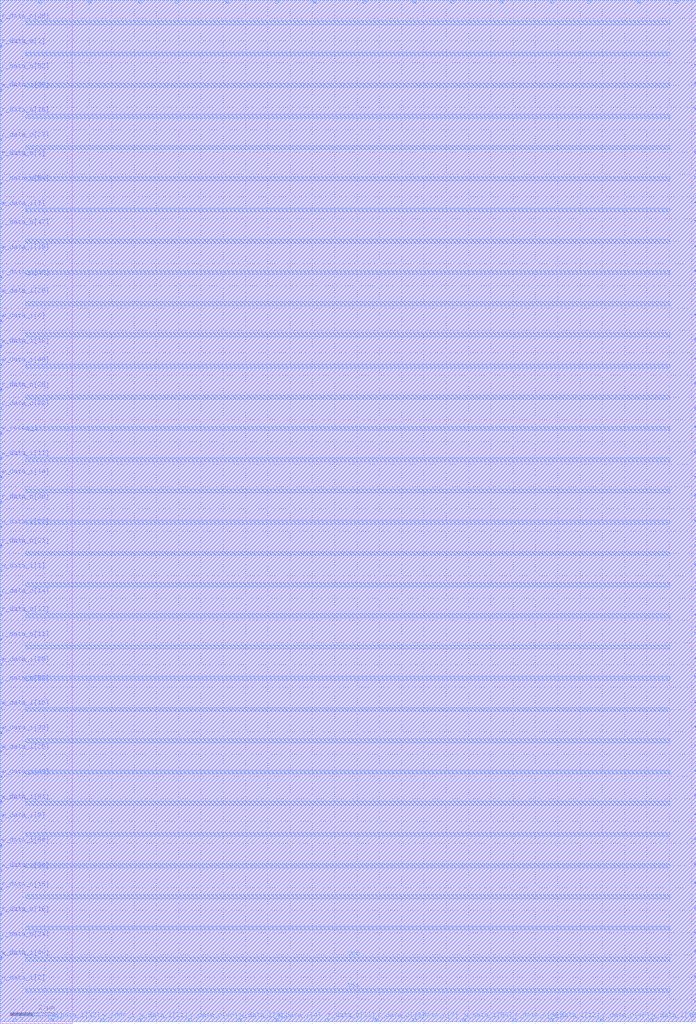
<source format=lef>
VERSION 5.8 ;
BUSBITCHARS "[]" ;
DIVIDERCHAR "/" ;
UNITS
    DATABASE MICRONS 2000 ;
END UNITS

MACRO bsg_mem_p55
  FOREIGN bsg_mem_p55 0 0 ;
  CLASS BLOCK ;
  SIZE 31.21 BY 45.815 ;
  PIN VSS
    USE GROUND ;
    DIRECTION INOUT ;
    PORT
      LAYER metal4 ;
        RECT  1.14 43.315 30.02 43.485 ;
        RECT  1.14 40.515 30.02 40.685 ;
        RECT  1.14 37.715 30.02 37.885 ;
        RECT  1.14 34.915 30.02 35.085 ;
        RECT  1.14 32.115 30.02 32.285 ;
        RECT  1.14 29.315 30.02 29.485 ;
        RECT  1.14 26.515 30.02 26.685 ;
        RECT  1.14 23.715 30.02 23.885 ;
        RECT  1.14 20.915 30.02 21.085 ;
        RECT  1.14 18.115 30.02 18.285 ;
        RECT  1.14 15.315 30.02 15.485 ;
        RECT  1.14 12.515 30.02 12.685 ;
        RECT  1.14 9.715 30.02 9.885 ;
        RECT  1.14 6.915 30.02 7.085 ;
        RECT  1.14 4.115 30.02 4.285 ;
        RECT  1.14 1.315 30.02 1.485 ;
    END
  END VSS
  PIN VDD
    USE POWER ;
    DIRECTION INOUT ;
    PORT
      LAYER metal4 ;
        RECT  1.14 44.715 30.02 44.885 ;
        RECT  1.14 41.915 30.02 42.085 ;
        RECT  1.14 39.115 30.02 39.285 ;
        RECT  1.14 36.315 30.02 36.485 ;
        RECT  1.14 33.515 30.02 33.685 ;
        RECT  1.14 30.715 30.02 30.885 ;
        RECT  1.14 27.915 30.02 28.085 ;
        RECT  1.14 25.115 30.02 25.285 ;
        RECT  1.14 22.315 30.02 22.485 ;
        RECT  1.14 19.515 30.02 19.685 ;
        RECT  1.14 16.715 30.02 16.885 ;
        RECT  1.14 13.915 30.02 14.085 ;
        RECT  1.14 11.115 30.02 11.285 ;
        RECT  1.14 8.315 30.02 8.485 ;
        RECT  1.14 5.515 30.02 5.685 ;
        RECT  1.14 2.715 30.02 2.885 ;
    END
  END VDD
  PIN r_addr_i
    DIRECTION INPUT ;
    USE SIGNAL ;
    PORT
      LAYER metal3 ;
        RECT  31.14 43.995 31.21 44.065 ;
    END
  END r_addr_i
  PIN r_data_o[0]
    DIRECTION OUTPUT ;
    USE SIGNAL ;
    PORT
      LAYER metal3 ;
        RECT  31.14 22.435 31.21 22.505 ;
    END
  END r_data_o[0]
  PIN r_data_o[10]
    DIRECTION OUTPUT ;
    USE SIGNAL ;
    PORT
      LAYER metal3 ;
        RECT  0 33.355 0.07 33.425 ;
    END
  END r_data_o[10]
  PIN r_data_o[11]
    DIRECTION OUTPUT ;
    USE SIGNAL ;
    PORT
      LAYER metal3 ;
        RECT  0 17.115 0.07 17.185 ;
    END
  END r_data_o[11]
  PIN r_data_o[12]
    DIRECTION OUTPUT ;
    USE SIGNAL ;
    PORT
      LAYER metal4 ;
        RECT  24.665 45.675 24.805 45.815 ;
    END
  END r_data_o[12]
  PIN r_data_o[13]
    DIRECTION OUTPUT ;
    USE SIGNAL ;
    PORT
      LAYER metal4 ;
        RECT  14.025 45.675 14.165 45.815 ;
    END
  END r_data_o[13]
  PIN r_data_o[14]
    DIRECTION OUTPUT ;
    USE SIGNAL ;
    PORT
      LAYER metal3 ;
        RECT  0 19.075 0.07 19.145 ;
    END
  END r_data_o[14]
  PIN r_data_o[15]
    DIRECTION OUTPUT ;
    USE SIGNAL ;
    PORT
      LAYER metal3 ;
        RECT  0 5.915 0.07 5.985 ;
    END
  END r_data_o[15]
  PIN r_data_o[16]
    DIRECTION OUTPUT ;
    USE SIGNAL ;
    PORT
      LAYER metal3 ;
        RECT  0 40.635 0.07 40.705 ;
    END
  END r_data_o[16]
  PIN r_data_o[17]
    DIRECTION OUTPUT ;
    USE SIGNAL ;
    PORT
      LAYER metal4 ;
        RECT  16.825 0 16.965 0.14 ;
    END
  END r_data_o[17]
  PIN r_data_o[18]
    DIRECTION OUTPUT ;
    USE SIGNAL ;
    PORT
      LAYER metal3 ;
        RECT  0 4.795 0.07 4.865 ;
    END
  END r_data_o[18]
  PIN r_data_o[19]
    DIRECTION OUTPUT ;
    USE SIGNAL ;
    PORT
      LAYER metal3 ;
        RECT  31.14 42.035 31.21 42.105 ;
    END
  END r_data_o[19]
  PIN r_data_o[1]
    DIRECTION OUTPUT ;
    USE SIGNAL ;
    PORT
      LAYER metal3 ;
        RECT  31.14 16.275 31.21 16.345 ;
    END
  END r_data_o[1]
  PIN r_data_o[20]
    DIRECTION OUTPUT ;
    USE SIGNAL ;
    PORT
      LAYER metal4 ;
        RECT  22.425 45.675 22.565 45.815 ;
    END
  END r_data_o[20]
  PIN r_data_o[21]
    DIRECTION OUTPUT ;
    USE SIGNAL ;
    PORT
      LAYER metal3 ;
        RECT  0 21.315 0.07 21.385 ;
    END
  END r_data_o[21]
  PIN r_data_o[22]
    DIRECTION OUTPUT ;
    USE SIGNAL ;
    PORT
      LAYER metal3 ;
        RECT  0 27.475 0.07 27.545 ;
    END
  END r_data_o[22]
  PIN r_data_o[23]
    DIRECTION OUTPUT ;
    USE SIGNAL ;
    PORT
      LAYER metal3 ;
        RECT  31.14 28.595 31.21 28.665 ;
    END
  END r_data_o[23]
  PIN r_data_o[24]
    DIRECTION OUTPUT ;
    USE SIGNAL ;
    PORT
      LAYER metal3 ;
        RECT  0 3.675 0.07 3.745 ;
    END
  END r_data_o[24]
  PIN r_data_o[25]
    DIRECTION OUTPUT ;
    USE SIGNAL ;
    PORT
      LAYER metal3 ;
        RECT  0 28.315 0.07 28.385 ;
    END
  END r_data_o[25]
  PIN r_data_o[26]
    DIRECTION OUTPUT ;
    USE SIGNAL ;
    PORT
      LAYER metal3 ;
        RECT  0 44.835 0.07 44.905 ;
    END
  END r_data_o[26]
  PIN r_data_o[27]
    DIRECTION OUTPUT ;
    USE SIGNAL ;
    PORT
      LAYER metal3 ;
        RECT  31.14 42.875 31.21 42.945 ;
    END
  END r_data_o[27]
  PIN r_data_o[28]
    DIRECTION OUTPUT ;
    USE SIGNAL ;
    PORT
      LAYER metal3 ;
        RECT  31.14 14.315 31.21 14.385 ;
    END
  END r_data_o[28]
  PIN r_data_o[29]
    DIRECTION OUTPUT ;
    USE SIGNAL ;
    PORT
      LAYER metal3 ;
        RECT  31.14 24.395 31.21 24.465 ;
    END
  END r_data_o[29]
  PIN r_data_o[2]
    DIRECTION OUTPUT ;
    USE SIGNAL ;
    PORT
      LAYER metal3 ;
        RECT  0 43.715 0.07 43.785 ;
    END
  END r_data_o[2]
  PIN r_data_o[30]
    DIRECTION OUTPUT ;
    USE SIGNAL ;
    PORT
      LAYER metal3 ;
        RECT  31.14 3.955 31.21 4.025 ;
    END
  END r_data_o[30]
  PIN r_data_o[31]
    DIRECTION OUTPUT ;
    USE SIGNAL ;
    PORT
      LAYER metal3 ;
        RECT  31.14 30.555 31.21 30.625 ;
    END
  END r_data_o[31]
  PIN r_data_o[32]
    DIRECTION OUTPUT ;
    USE SIGNAL ;
    PORT
      LAYER metal3 ;
        RECT  0 18.235 0.07 18.305 ;
    END
  END r_data_o[32]
  PIN r_data_o[33]
    DIRECTION OUTPUT ;
    USE SIGNAL ;
    PORT
      LAYER metal4 ;
        RECT  14.585 0 14.725 0.14 ;
    END
  END r_data_o[33]
  PIN r_data_o[34]
    DIRECTION OUTPUT ;
    USE SIGNAL ;
    PORT
      LAYER metal4 ;
        RECT  22.985 0 23.125 0.14 ;
    END
  END r_data_o[34]
  PIN r_data_o[35]
    DIRECTION OUTPUT ;
    USE SIGNAL ;
    PORT
      LAYER metal3 ;
        RECT  31.14 18.235 31.21 18.305 ;
    END
  END r_data_o[35]
  PIN r_data_o[36]
    DIRECTION OUTPUT ;
    USE SIGNAL ;
    PORT
      LAYER metal3 ;
        RECT  0 23.275 0.07 23.345 ;
    END
  END r_data_o[36]
  PIN r_data_o[37]
    DIRECTION OUTPUT ;
    USE SIGNAL ;
    PORT
      LAYER metal3 ;
        RECT  0 39.515 0.07 39.585 ;
    END
  END r_data_o[37]
  PIN r_data_o[38]
    DIRECTION OUTPUT ;
    USE SIGNAL ;
    PORT
      LAYER metal3 ;
        RECT  31.14 25.515 31.21 25.585 ;
    END
  END r_data_o[38]
  PIN r_data_o[39]
    DIRECTION OUTPUT ;
    USE SIGNAL ;
    PORT
      LAYER metal3 ;
        RECT  31.14 31.675 31.21 31.745 ;
    END
  END r_data_o[39]
  PIN r_data_o[3]
    DIRECTION OUTPUT ;
    USE SIGNAL ;
    PORT
      LAYER metal4 ;
        RECT  3.945 45.675 4.085 45.815 ;
    END
  END r_data_o[3]
  PIN r_data_o[40]
    DIRECTION OUTPUT ;
    USE SIGNAL ;
    PORT
      LAYER metal3 ;
        RECT  31.14 27.475 31.21 27.545 ;
    END
  END r_data_o[40]
  PIN r_data_o[41]
    DIRECTION OUTPUT ;
    USE SIGNAL ;
    PORT
      LAYER metal4 ;
        RECT  6.185 45.675 6.325 45.815 ;
    END
  END r_data_o[41]
  PIN r_data_o[42]
    DIRECTION OUTPUT ;
    USE SIGNAL ;
    PORT
      LAYER metal4 ;
        RECT  10.105 45.675 10.245 45.815 ;
    END
  END r_data_o[42]
  PIN r_data_o[43]
    DIRECTION OUTPUT ;
    USE SIGNAL ;
    PORT
      LAYER metal4 ;
        RECT  18.505 45.675 18.645 45.815 ;
    END
  END r_data_o[43]
  PIN r_data_o[44]
    DIRECTION OUTPUT ;
    USE SIGNAL ;
    PORT
      LAYER metal4 ;
        RECT  30.265 45.675 30.405 45.815 ;
    END
  END r_data_o[44]
  PIN r_data_o[45]
    DIRECTION OUTPUT ;
    USE SIGNAL ;
    PORT
      LAYER metal3 ;
        RECT  31.14 39.795 31.21 39.865 ;
    END
  END r_data_o[45]
  PIN r_data_o[46]
    DIRECTION OUTPUT ;
    USE SIGNAL ;
    PORT
      LAYER metal4 ;
        RECT  8.425 0 8.565 0.14 ;
    END
  END r_data_o[46]
  PIN r_data_o[47]
    DIRECTION OUTPUT ;
    USE SIGNAL ;
    PORT
      LAYER metal3 ;
        RECT  0 35.595 0.07 35.665 ;
    END
  END r_data_o[47]
  PIN r_data_o[48]
    DIRECTION OUTPUT ;
    USE SIGNAL ;
    PORT
      LAYER metal4 ;
        RECT  26.905 0 27.045 0.14 ;
    END
  END r_data_o[48]
  PIN r_data_o[49]
    DIRECTION OUTPUT ;
    USE SIGNAL ;
    PORT
      LAYER metal3 ;
        RECT  31.14 3.115 31.21 3.185 ;
    END
  END r_data_o[49]
  PIN r_data_o[4]
    DIRECTION OUTPUT ;
    USE SIGNAL ;
    PORT
      LAYER metal3 ;
        RECT  31.14 40.915 31.21 40.985 ;
    END
  END r_data_o[4]
  PIN r_data_o[50]
    DIRECTION OUTPUT ;
    USE SIGNAL ;
    PORT
      LAYER metal3 ;
        RECT  31.14 12.355 31.21 12.425 ;
    END
  END r_data_o[50]
  PIN r_data_o[51]
    DIRECTION OUTPUT ;
    USE SIGNAL ;
    PORT
      LAYER metal3 ;
        RECT  31.14 34.755 31.21 34.825 ;
    END
  END r_data_o[51]
  PIN r_data_o[52]
    DIRECTION OUTPUT ;
    USE SIGNAL ;
    PORT
      LAYER metal3 ;
        RECT  0 42.595 0.07 42.665 ;
    END
  END r_data_o[52]
  PIN r_data_o[53]
    DIRECTION OUTPUT ;
    USE SIGNAL ;
    PORT
      LAYER metal3 ;
        RECT  0 15.155 0.07 15.225 ;
    END
  END r_data_o[53]
  PIN r_data_o[54]
    DIRECTION OUTPUT ;
    USE SIGNAL ;
    PORT
      LAYER metal3 ;
        RECT  0 37.555 0.07 37.625 ;
    END
  END r_data_o[54]
  PIN r_data_o[5]
    DIRECTION OUTPUT ;
    USE SIGNAL ;
    PORT
      LAYER metal4 ;
        RECT  1.705 45.675 1.845 45.815 ;
    END
  END r_data_o[5]
  PIN r_data_o[6]
    DIRECTION OUTPUT ;
    USE SIGNAL ;
    PORT
      LAYER metal3 ;
        RECT  31.14 9.275 31.21 9.345 ;
    END
  END r_data_o[6]
  PIN r_data_o[7]
    DIRECTION OUTPUT ;
    USE SIGNAL ;
    PORT
      LAYER metal4 ;
        RECT  18.505 0 18.645 0.14 ;
    END
  END r_data_o[7]
  PIN r_data_o[8]
    DIRECTION OUTPUT ;
    USE SIGNAL ;
    PORT
      LAYER metal3 ;
        RECT  31.14 23.555 31.21 23.625 ;
    END
  END r_data_o[8]
  PIN r_data_o[9]
    DIRECTION OUTPUT ;
    USE SIGNAL ;
    PORT
      LAYER metal3 ;
        RECT  0 38.675 0.07 38.745 ;
    END
  END r_data_o[9]
  PIN r_v_i
    DIRECTION INPUT ;
    USE SIGNAL ;
    PORT
      LAYER metal3 ;
        RECT  31.14 35.875 31.21 35.945 ;
    END
  END r_v_i
  PIN w_addr_i
    DIRECTION INPUT ;
    USE SIGNAL ;
    PORT
      LAYER metal4 ;
        RECT  4.505 0 4.645 0.14 ;
    END
  END w_addr_i
  PIN w_clk_i
    DIRECTION INPUT ;
    USE SIGNAL ;
    PORT
      LAYER metal3 ;
        RECT  31.14 13.195 31.21 13.265 ;
    END
  END w_clk_i
  PIN w_data_i[0]
    DIRECTION INPUT ;
    USE SIGNAL ;
    PORT
      LAYER metal3 ;
        RECT  31.14 21.315 31.21 21.385 ;
    END
  END w_data_i[0]
  PIN w_data_i[10]
    DIRECTION INPUT ;
    USE SIGNAL ;
    PORT
      LAYER metal4 ;
        RECT  28.585 45.675 28.725 45.815 ;
    END
  END w_data_i[10]
  PIN w_data_i[11]
    DIRECTION INPUT ;
    USE SIGNAL ;
    PORT
      LAYER metal3 ;
        RECT  0 25.235 0.07 25.305 ;
    END
  END w_data_i[11]
  PIN w_data_i[12]
    DIRECTION INPUT ;
    USE SIGNAL ;
    PORT
      LAYER metal3 ;
        RECT  31.14 10.115 31.21 10.185 ;
    END
  END w_data_i[12]
  PIN w_data_i[13]
    DIRECTION INPUT ;
    USE SIGNAL ;
    PORT
      LAYER metal4 ;
        RECT  24.665 0 24.805 0.14 ;
    END
  END w_data_i[13]
  PIN w_data_i[14]
    DIRECTION INPUT ;
    USE SIGNAL ;
    PORT
      LAYER metal3 ;
        RECT  0 24.395 0.07 24.465 ;
    END
  END w_data_i[14]
  PIN w_data_i[15]
    DIRECTION INPUT ;
    USE SIGNAL ;
    PORT
      LAYER metal3 ;
        RECT  31.14 37.835 31.21 37.905 ;
    END
  END w_data_i[15]
  PIN w_data_i[16]
    DIRECTION INPUT ;
    USE SIGNAL ;
    PORT
      LAYER metal3 ;
        RECT  0 14.035 0.07 14.105 ;
    END
  END w_data_i[16]
  PIN w_data_i[17]
    DIRECTION INPUT ;
    USE SIGNAL ;
    PORT
      LAYER metal3 ;
        RECT  31.14 17.395 31.21 17.465 ;
    END
  END w_data_i[17]
  PIN w_data_i[18]
    DIRECTION INPUT ;
    USE SIGNAL ;
    PORT
      LAYER metal3 ;
        RECT  0 30.275 0.07 30.345 ;
    END
  END w_data_i[18]
  PIN w_data_i[19]
    DIRECTION INPUT ;
    USE SIGNAL ;
    PORT
      LAYER metal3 ;
        RECT  0 34.475 0.07 34.545 ;
    END
  END w_data_i[19]
  PIN w_data_i[1]
    DIRECTION INPUT ;
    USE SIGNAL ;
    PORT
      LAYER metal3 ;
        RECT  0 20.195 0.07 20.265 ;
    END
  END w_data_i[1]
  PIN w_data_i[20]
    DIRECTION INPUT ;
    USE SIGNAL ;
    PORT
      LAYER metal3 ;
        RECT  31.14 7.035 31.21 7.105 ;
    END
  END w_data_i[20]
  PIN w_data_i[21]
    DIRECTION INPUT ;
    USE SIGNAL ;
    PORT
      LAYER metal4 ;
        RECT  6.185 0 6.325 0.14 ;
    END
  END w_data_i[21]
  PIN w_data_i[22]
    DIRECTION INPUT ;
    USE SIGNAL ;
    PORT
      LAYER metal3 ;
        RECT  0 12.915 0.07 12.985 ;
    END
  END w_data_i[22]
  PIN w_data_i[23]
    DIRECTION INPUT ;
    USE SIGNAL ;
    PORT
      LAYER metal3 ;
        RECT  31.14 15.435 31.21 15.505 ;
    END
  END w_data_i[23]
  PIN w_data_i[24]
    DIRECTION INPUT ;
    USE SIGNAL ;
    PORT
      LAYER metal3 ;
        RECT  31.14 32.795 31.21 32.865 ;
    END
  END w_data_i[24]
  PIN w_data_i[25]
    DIRECTION INPUT ;
    USE SIGNAL ;
    PORT
      LAYER metal3 ;
        RECT  31.14 26.635 31.21 26.705 ;
    END
  END w_data_i[25]
  PIN w_data_i[26]
    DIRECTION INPUT ;
    USE SIGNAL ;
    PORT
      LAYER metal3 ;
        RECT  31.14 8.155 31.21 8.225 ;
    END
  END w_data_i[26]
  PIN w_data_i[27]
    DIRECTION INPUT ;
    USE SIGNAL ;
    PORT
      LAYER metal3 ;
        RECT  0 22.155 0.07 22.225 ;
    END
  END w_data_i[27]
  PIN w_data_i[28]
    DIRECTION INPUT ;
    USE SIGNAL ;
    PORT
      LAYER metal3 ;
        RECT  31.14 20.475 31.21 20.545 ;
    END
  END w_data_i[28]
  PIN w_data_i[29]
    DIRECTION INPUT ;
    USE SIGNAL ;
    PORT
      LAYER metal3 ;
        RECT  0 15.995 0.07 16.065 ;
    END
  END w_data_i[29]
  PIN w_data_i[2]
    DIRECTION INPUT ;
    USE SIGNAL ;
    PORT
      LAYER metal3 ;
        RECT  0 1.715 0.07 1.785 ;
    END
  END w_data_i[2]
  PIN w_data_i[30]
    DIRECTION INPUT ;
    USE SIGNAL ;
    PORT
      LAYER metal3 ;
        RECT  31.14 36.715 31.21 36.785 ;
    END
  END w_data_i[30]
  PIN w_data_i[31]
    DIRECTION INPUT ;
    USE SIGNAL ;
    PORT
      LAYER metal3 ;
        RECT  31.14 11.235 31.21 11.305 ;
    END
  END w_data_i[31]
  PIN w_data_i[32]
    DIRECTION INPUT ;
    USE SIGNAL ;
    PORT
      LAYER metal3 ;
        RECT  31.14 38.955 31.21 39.025 ;
    END
  END w_data_i[32]
  PIN w_data_i[33]
    DIRECTION INPUT ;
    USE SIGNAL ;
    PORT
      LAYER metal3 ;
        RECT  31.14 0.875 31.21 0.945 ;
    END
  END w_data_i[33]
  PIN w_data_i[34]
    DIRECTION INPUT ;
    USE SIGNAL ;
    PORT
      LAYER metal3 ;
        RECT  0 6.755 0.07 6.825 ;
    END
  END w_data_i[34]
  PIN w_data_i[35]
    DIRECTION INPUT ;
    USE SIGNAL ;
    PORT
      LAYER metal3 ;
        RECT  0 12.075 0.07 12.145 ;
    END
  END w_data_i[35]
  PIN w_data_i[36]
    DIRECTION INPUT ;
    USE SIGNAL ;
    PORT
      LAYER metal4 ;
        RECT  0.585 0 0.725 0.14 ;
    END
  END w_data_i[36]
  PIN w_data_i[37]
    DIRECTION INPUT ;
    USE SIGNAL ;
    PORT
      LAYER metal3 ;
        RECT  31.14 5.075 31.21 5.145 ;
    END
  END w_data_i[37]
  PIN w_data_i[38]
    DIRECTION INPUT ;
    USE SIGNAL ;
    PORT
      LAYER metal3 ;
        RECT  0 32.515 0.07 32.585 ;
    END
  END w_data_i[38]
  PIN w_data_i[39]
    DIRECTION INPUT ;
    USE SIGNAL ;
    PORT
      LAYER metal3 ;
        RECT  0 41.755 0.07 41.825 ;
    END
  END w_data_i[39]
  PIN w_data_i[3]
    DIRECTION INPUT ;
    USE SIGNAL ;
    PORT
      LAYER metal4 ;
        RECT  12.345 45.675 12.485 45.815 ;
    END
  END w_data_i[3]
  PIN w_data_i[40]
    DIRECTION INPUT ;
    USE SIGNAL ;
    PORT
      LAYER metal3 ;
        RECT  0 2.835 0.07 2.905 ;
    END
  END w_data_i[40]
  PIN w_data_i[41]
    DIRECTION INPUT ;
    USE SIGNAL ;
    PORT
      LAYER metal4 ;
        RECT  10.665 0 10.805 0.14 ;
    END
  END w_data_i[41]
  PIN w_data_i[42]
    DIRECTION INPUT ;
    USE SIGNAL ;
    PORT
      LAYER metal4 ;
        RECT  2.265 0 2.405 0.14 ;
    END
  END w_data_i[42]
  PIN w_data_i[43]
    DIRECTION INPUT ;
    USE SIGNAL ;
    PORT
      LAYER metal4 ;
        RECT  20.185 45.675 20.325 45.815 ;
    END
  END w_data_i[43]
  PIN w_data_i[44]
    DIRECTION INPUT ;
    USE SIGNAL ;
    PORT
      LAYER metal4 ;
        RECT  7.865 45.675 8.005 45.815 ;
    END
  END w_data_i[44]
  PIN w_data_i[45]
    DIRECTION INPUT ;
    USE SIGNAL ;
    PORT
      LAYER metal4 ;
        RECT  29.145 0 29.285 0.14 ;
    END
  END w_data_i[45]
  PIN w_data_i[46]
    DIRECTION INPUT ;
    USE SIGNAL ;
    PORT
      LAYER metal4 ;
        RECT  26.345 45.675 26.485 45.815 ;
    END
  END w_data_i[46]
  PIN w_data_i[47]
    DIRECTION INPUT ;
    USE SIGNAL ;
    PORT
      LAYER metal3 ;
        RECT  31.14 19.355 31.21 19.425 ;
    END
  END w_data_i[47]
  PIN w_data_i[48]
    DIRECTION INPUT ;
    USE SIGNAL ;
    PORT
      LAYER metal3 ;
        RECT  0 29.435 0.07 29.505 ;
    END
  END w_data_i[48]
  PIN w_data_i[49]
    DIRECTION INPUT ;
    USE SIGNAL ;
    PORT
      LAYER metal3 ;
        RECT  0 10.955 0.07 11.025 ;
    END
  END w_data_i[49]
  PIN w_data_i[4]
    DIRECTION INPUT ;
    USE SIGNAL ;
    PORT
      LAYER metal4 ;
        RECT  12.345 0 12.485 0.14 ;
    END
  END w_data_i[4]
  PIN w_data_i[50]
    DIRECTION INPUT ;
    USE SIGNAL ;
    PORT
      LAYER metal4 ;
        RECT  20.745 0 20.885 0.14 ;
    END
  END w_data_i[50]
  PIN w_data_i[51]
    DIRECTION INPUT ;
    USE SIGNAL ;
    PORT
      LAYER metal3 ;
        RECT  0 9.835 0.07 9.905 ;
    END
  END w_data_i[51]
  PIN w_data_i[52]
    DIRECTION INPUT ;
    USE SIGNAL ;
    PORT
      LAYER metal3 ;
        RECT  31.14 33.635 31.21 33.705 ;
    END
  END w_data_i[52]
  PIN w_data_i[53]
    DIRECTION INPUT ;
    USE SIGNAL ;
    PORT
      LAYER metal3 ;
        RECT  31.14 1.995 31.21 2.065 ;
    END
  END w_data_i[53]
  PIN w_data_i[54]
    DIRECTION INPUT ;
    USE SIGNAL ;
    PORT
      LAYER metal3 ;
        RECT  0 7.875 0.07 7.945 ;
    END
  END w_data_i[54]
  PIN w_data_i[5]
    DIRECTION INPUT ;
    USE SIGNAL ;
    PORT
      LAYER metal4 ;
        RECT  16.265 45.675 16.405 45.815 ;
    END
  END w_data_i[5]
  PIN w_data_i[6]
    DIRECTION INPUT ;
    USE SIGNAL ;
    PORT
      LAYER metal3 ;
        RECT  0 31.395 0.07 31.465 ;
    END
  END w_data_i[6]
  PIN w_data_i[7]
    DIRECTION INPUT ;
    USE SIGNAL ;
    PORT
      LAYER metal3 ;
        RECT  0 36.435 0.07 36.505 ;
    END
  END w_data_i[7]
  PIN w_data_i[8]
    DIRECTION INPUT ;
    USE SIGNAL ;
    PORT
      LAYER metal3 ;
        RECT  31.14 6.195 31.21 6.265 ;
    END
  END w_data_i[8]
  PIN w_data_i[9]
    DIRECTION INPUT ;
    USE SIGNAL ;
    PORT
      LAYER metal3 ;
        RECT  0 8.995 0.07 9.065 ;
    END
  END w_data_i[9]
  PIN w_reset_i
    DIRECTION INPUT ;
    USE SIGNAL ;
    PORT
      LAYER metal3 ;
        RECT  0 26.355 0.07 26.425 ;
    END
  END w_reset_i
  PIN w_v_i
    DIRECTION INPUT ;
    USE SIGNAL ;
    PORT
      LAYER metal3 ;
        RECT  31.14 29.715 31.21 29.785 ;
    END
  END w_v_i
  OBS
    LAYER metal1 ;
     RECT  0 -0.085 3.23 45.815 ;
     RECT  3.23 0 31.21 45.815 ;
    LAYER metal2 ;
     RECT  0 0 31.21 45.815 ;
    LAYER metal3 ;
     RECT  0 0 31.21 45.815 ;
    LAYER metal4 ;
     RECT  0 0 31.21 45.815 ;
  END
END bsg_mem_p55
END LIBRARY

</source>
